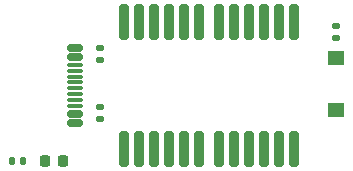
<source format=gtp>
%TF.GenerationSoftware,KiCad,Pcbnew,9.0.4*%
%TF.CreationDate,2025-08-24T10:47:50+01:00*%
%TF.ProjectId,usbc-7seg,75736263-2d37-4736-9567-2e6b69636164,rev?*%
%TF.SameCoordinates,Original*%
%TF.FileFunction,Paste,Top*%
%TF.FilePolarity,Positive*%
%FSLAX46Y46*%
G04 Gerber Fmt 4.6, Leading zero omitted, Abs format (unit mm)*
G04 Created by KiCad (PCBNEW 9.0.4) date 2025-08-24 10:47:50*
%MOMM*%
%LPD*%
G01*
G04 APERTURE LIST*
G04 Aperture macros list*
%AMRoundRect*
0 Rectangle with rounded corners*
0 $1 Rounding radius*
0 $2 $3 $4 $5 $6 $7 $8 $9 X,Y pos of 4 corners*
0 Add a 4 corners polygon primitive as box body*
4,1,4,$2,$3,$4,$5,$6,$7,$8,$9,$2,$3,0*
0 Add four circle primitives for the rounded corners*
1,1,$1+$1,$2,$3*
1,1,$1+$1,$4,$5*
1,1,$1+$1,$6,$7*
1,1,$1+$1,$8,$9*
0 Add four rect primitives between the rounded corners*
20,1,$1+$1,$2,$3,$4,$5,0*
20,1,$1+$1,$4,$5,$6,$7,0*
20,1,$1+$1,$6,$7,$8,$9,0*
20,1,$1+$1,$8,$9,$2,$3,0*%
G04 Aperture macros list end*
%ADD10RoundRect,0.150000X-0.500000X0.150000X-0.500000X-0.150000X0.500000X-0.150000X0.500000X0.150000X0*%
%ADD11RoundRect,0.075000X-0.575000X0.075000X-0.575000X-0.075000X0.575000X-0.075000X0.575000X0.075000X0*%
%ADD12RoundRect,0.200000X-0.200000X-1.300000X0.200000X-1.300000X0.200000X1.300000X-0.200000X1.300000X0*%
%ADD13RoundRect,0.140000X0.140000X0.170000X-0.140000X0.170000X-0.140000X-0.170000X0.140000X-0.170000X0*%
%ADD14RoundRect,0.218750X-0.218750X-0.256250X0.218750X-0.256250X0.218750X0.256250X-0.218750X0.256250X0*%
%ADD15RoundRect,0.135000X-0.185000X0.135000X-0.185000X-0.135000X0.185000X-0.135000X0.185000X0.135000X0*%
%ADD16RoundRect,0.135000X0.185000X-0.135000X0.185000X0.135000X-0.185000X0.135000X-0.185000X-0.135000X0*%
%ADD17R,1.360000X1.230000*%
G04 APERTURE END LIST*
D10*
%TO.C,J1*%
X134245000Y-100300000D03*
X134245000Y-101100000D03*
D11*
X134245000Y-101750000D03*
X134245000Y-102750000D03*
X134245000Y-104250000D03*
X134245000Y-105250000D03*
D10*
X134245000Y-105900000D03*
X134245000Y-106700000D03*
X134245000Y-106700000D03*
X134245000Y-105900000D03*
D11*
X134245000Y-104750000D03*
X134245000Y-103750000D03*
X134245000Y-103250000D03*
X134245000Y-102250000D03*
D10*
X134245000Y-101100000D03*
X134245000Y-100300000D03*
%TD*%
D12*
%TO.C,U1*%
X138425000Y-98100000D03*
X139695000Y-98100000D03*
X140965000Y-98100000D03*
X142235000Y-98100000D03*
X143505000Y-98100000D03*
X144775000Y-98100000D03*
X144775000Y-108900000D03*
X143505000Y-108900000D03*
X142235000Y-108900000D03*
X140965000Y-108900000D03*
X139695000Y-108900000D03*
X138425000Y-108900000D03*
%TD*%
D13*
%TO.C,C7*%
X128920000Y-109900000D03*
X129880000Y-109900000D03*
%TD*%
D14*
%TO.C,FB1*%
X133287500Y-109900000D03*
X131712500Y-109900000D03*
%TD*%
D12*
%TO.C,U2*%
X146455000Y-108900000D03*
X147725000Y-108900000D03*
X148995000Y-108900000D03*
X150265000Y-108900000D03*
X151535000Y-108900000D03*
X152805000Y-108900000D03*
X152805000Y-98100000D03*
X151535000Y-98100000D03*
X150265000Y-98100000D03*
X148995000Y-98100000D03*
X147725000Y-98100000D03*
X146455000Y-98100000D03*
%TD*%
D15*
%TO.C,R1*%
X136400000Y-106310000D03*
X136400000Y-105290000D03*
%TD*%
D16*
%TO.C,R2*%
X136400000Y-101310000D03*
X136400000Y-100290000D03*
%TD*%
D17*
%TO.C,SW1*%
X156400000Y-101200000D03*
X156400000Y-105560000D03*
%TD*%
D16*
%TO.C,R4*%
X156400000Y-99510000D03*
X156400000Y-98490000D03*
%TD*%
M02*

</source>
